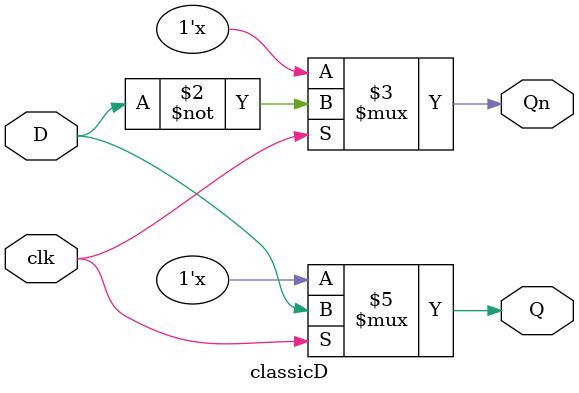
<source format=v>
module classicD(D, clk, Q, Qn);
input clk, D;
output Q, Qn;
reg Q, Qn;

always@(clk or D)
	if(clk)
		begin
			Q <= D;
			Qn <= ~D;
		end
endmodule
</source>
